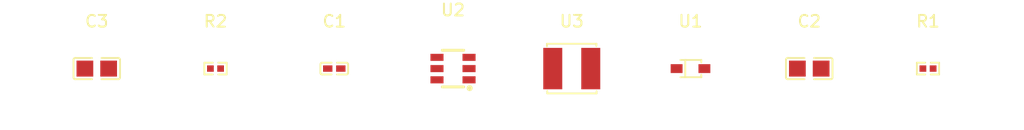
<source format=kicad_pcb>
(kicad_pcb (version 20240108) (generator "atopile") (generator_version "0.3.13-dev0")
  (layers (0 "F.Cu" signal) (31 "B.Cu" signal) (34 "B.Paste" user) (35 "F.Paste" user) (36 "B.SilkS" user "B.Silkscreen") (37 "F.SilkS" user "F.Silkscreen") (38 "B.Mask" user) (39 "F.Mask" user) (44 "Edge.Cuts" user))
  (net 0 "")
  (net 1 "gnd-1")
  (net 2 "line")
  (net 3 "SW")
  (net 4 "hv-1")
  (net 5 "CB")
  (net 6 "gnd")
  (net 7 "hv")
  (footprint "atopile:C0805-3b2e55" (layer "F.Cu") (at 10 -5 0)
    (property "Reference" "C3" (at 0 -4 0) (layer "F.SilkS") (hide no))
    (property "Value" "10µF ±10% 25V X5R")
    (fp_line (start 1.81 -0.9) (end 0.4 -0.9) (stroke (width 0.15)) (layer "F.SilkS"))
    (fp_line (start 0.4 0.9) (end 1.81 0.9) (stroke (width 0.15)) (layer "F.SilkS"))
    (fp_line (start 1.96 0.75) (end 1.96 -0.75) (stroke (width 0.15)) (layer "F.SilkS"))
    (fp_line (start -1.81 -0.9) (end -0.4 -0.9) (stroke (width 0.15)) (layer "F.SilkS"))
    (fp_line (start -0.4 0.9) (end -1.81 0.9) (stroke (width 0.15)) (layer "F.SilkS"))
    (fp_line (start -1.96 0.75) (end -1.96 -0.75) (stroke (width 0.15)) (layer "F.SilkS"))
    (fp_arc (start 1.96 0.75) (mid 1.9160660171779822 0.856066017177982) (end 1.81 0.8999999999999999) (stroke (width 0.15)) (layer "F.SilkS"))
    (fp_arc (start 1.81 -0.9) (mid 1.9160660171779822 -0.8560660171779821) (end 1.96 -0.75) (stroke (width 0.15)) (layer "F.SilkS"))
    (fp_arc (start -1.96 0.75) (mid -1.9160660171779822 0.856066017177982) (end -1.81 0.8999999999999999) (stroke (width 0.15)) (layer "F.SilkS"))
    (fp_arc (start -1.81 -0.9) (mid -1.9160660171779822 -0.8560660171779821) (end -1.96 -0.75) (stroke (width 0.15)) (layer "F.SilkS"))
    (fp_text user "${REFERENCE}" (at 0 -4 0) (layer "F.SilkS"))
    (pad "2" smd rect (at 1 0 0) (size 1.41 1.35) (layers "F.Cu" "F.Paste" "F.Mask") (net 6 "gnd"))
    (pad "1" smd rect (at -1 0 0) (size 1.41 1.35) (layers "F.Cu" "F.Paste" "F.Mask") (net 7 "hv"))
  )
  (footprint "atopile:R0402-56259e" (layer "F.Cu") (at 20 -5 0)
    (property "Reference" "R2" (at 0 -4 0) (layer "F.SilkS") (hide no))
    (property "Value" "10kΩ ±1% 62.5mW")
    (fp_line (start -0.23 0.5) (end -0.94 0.5) (stroke (width 0.15)) (layer "F.SilkS"))
    (fp_line (start -0.94 0.5) (end -0.94 -0.5) (stroke (width 0.15)) (layer "F.SilkS"))
    (fp_line (start -0.94 -0.5) (end -0.23 -0.5) (stroke (width 0.15)) (layer "F.SilkS"))
    (fp_line (start 0.23 0.5) (end 0.94 0.5) (stroke (width 0.15)) (layer "F.SilkS"))
    (fp_line (start 0.94 0.5) (end 0.94 -0.5) (stroke (width 0.15)) (layer "F.SilkS"))
    (fp_line (start 0.94 -0.5) (end 0.23 -0.5) (stroke (width 0.15)) (layer "F.SilkS"))
    (fp_text user "${REFERENCE}" (at 0 -4 0) (layer "F.SilkS"))
    (pad "2" smd rect (at 0.43 0 0) (size 0.57 0.54) (layers "F.Cu" "F.Paste" "F.Mask") (net 2 "line"))
    (pad "1" smd rect (at -0.43 0 0) (size 0.57 0.54) (layers "F.Cu" "F.Paste" "F.Mask") (net 7 "hv"))
  )
  (footprint "atopile:C0402-b3ef17" (layer "F.Cu") (at 30 -5 0)
    (property "Reference" "C1" (at 0 -4 0) (layer "F.SilkS") (hide no))
    (property "Value" "470nF ±20% 16V X5R")
    (fp_line (start 1.02 -0.5) (end 0.23 -0.5) (stroke (width 0.15)) (layer "F.SilkS"))
    (fp_line (start 0.23 0.5) (end 1.02 0.5) (stroke (width 0.15)) (layer "F.SilkS"))
    (fp_line (start 1.17 0.35) (end 1.17 -0.35) (stroke (width 0.15)) (layer "F.SilkS"))
    (fp_line (start -1.02 -0.5) (end -0.23 -0.5) (stroke (width 0.15)) (layer "F.SilkS"))
    (fp_line (start -0.23 0.5) (end -1.02 0.5) (stroke (width 0.15)) (layer "F.SilkS"))
    (fp_line (start -1.17 0.35) (end -1.17 -0.35) (stroke (width 0.15)) (layer "F.SilkS"))
    (fp_arc (start 1.17 0.35) (mid 1.1260660171779822 0.456066017177982) (end 1.02 0.4999999999999999) (stroke (width 0.15)) (layer "F.SilkS"))
    (fp_arc (start 1.02 -0.5) (mid 1.1260660171779822 -0.4560660171779821) (end 1.17 -0.35) (stroke (width 0.15)) (layer "F.SilkS"))
    (fp_arc (start -1.17 0.35) (mid -1.1260660171779822 0.456066017177982) (end -1.02 0.4999999999999999) (stroke (width 0.15)) (layer "F.SilkS"))
    (fp_arc (start -1.02 -0.5) (mid -1.1260660171779822 -0.4560660171779821) (end -1.17 -0.35) (stroke (width 0.15)) (layer "F.SilkS"))
    (fp_text user "${REFERENCE}" (at 0 -4 0) (layer "F.SilkS"))
    (pad "2" smd rect (at 0.55 0 0) (size 0.79 0.54) (layers "F.Cu" "F.Paste" "F.Mask") (net 3 "SW"))
    (pad "1" smd rect (at -0.55 0 0) (size 0.79 0.54) (layers "F.Cu" "F.Paste" "F.Mask") (net 5 "CB"))
  )
  (footprint "lib:SOT-23-6_L2.9-W1.6-P0.95-LS2.8-BR" (layer "F.Cu") (at 40 -5 0)
    (property "Reference" "U2" (at 0 -4.95 0) (layer "F.SilkS") (hide no))
    (property "Value" "")
    (fp_line (start -0.9 -1.55) (end 0.9 -1.55) (stroke (width 0.25)) (layer "F.SilkS"))
    (fp_line (start -0.9 1.55) (end 0.9 1.55) (stroke (width 0.25)) (layer "F.SilkS"))
    (fp_circle (center 1.4 1.65) (end 1.53 1.65) (stroke (width 0.25)) (fill none) (layer "F.SilkS"))
    (fp_text user "${REFERENCE}" (at 0 -4.95 0) (layer "F.SilkS"))
    (pad "3" smd rect (at 1.35 -0.95 0) (size 1.1 0.6) (layers "F.Cu" "F.Paste" "F.Mask") (net 2 "line"))
    (pad "2" smd rect (at 1.35 0 0) (size 1.1 0.6) (layers "F.Cu" "F.Paste" "F.Mask") (net 1 "gnd-1"))
    (pad "1" smd rect (at 1.35 0.95 0) (size 1.1 0.6) (layers "F.Cu" "F.Paste" "F.Mask") (net 5 "CB"))
    (pad "6" smd rect (at -1.35 0.95 0) (size 1.1 0.6) (layers "F.Cu" "F.Paste" "F.Mask") (net 3 "SW"))
    (pad "5" smd rect (at -1.35 0 0) (size 1.1 0.6) (layers "F.Cu" "F.Paste" "F.Mask") (net 4 "hv-1"))
    (pad "4" smd rect (at -1.35 -0.95 0) (size 1.1 0.6) (layers "F.Cu" "F.Paste" "F.Mask") (net 4 "hv-1"))
  )
  (footprint "lib:IND-SMD_L4.0-W4.0" (layer "F.Cu") (at 50 -5 0)
    (property "Reference" "U3" (at 0 -4 0) (layer "F.SilkS") (hide no))
    (property "Value" "10µH ±20%")
    (fp_line (start -2.06 1.89) (end -2.06 2.1) (stroke (width 0.15)) (layer "F.SilkS"))
    (fp_line (start -2.06 2.1) (end 2.09 2.1) (stroke (width 0.15)) (layer "F.SilkS"))
    (fp_line (start 2.09 2.1) (end 2.09 1.9) (stroke (width 0.15)) (layer "F.SilkS"))
    (fp_line (start 2.07 -1.9) (end 2.08 -2.1) (stroke (width 0.15)) (layer "F.SilkS"))
    (fp_line (start 2.08 -2.1) (end -2.09 -2.1) (stroke (width 0.15)) (layer "F.SilkS"))
    (fp_line (start -2.09 -2.1) (end -2.09 -1.88) (stroke (width 0.15)) (layer "F.SilkS"))
    (fp_text user "${REFERENCE}" (at 0 -4 0) (layer "F.SilkS"))
    (pad "2" smd rect (at 1.6 0 0) (size 1.6 3.5) (layers "F.Cu" "F.Paste" "F.Mask") (net 7 "hv"))
    (pad "1" smd rect (at -1.6 0 0) (size 1.6 3.5) (layers "F.Cu" "F.Paste" "F.Mask") (net 3 "SW"))
  )
  (footprint "lib:SOD-323_L1.8-W1.3-LS2.5-RD" (layer "F.Cu") (at 60 -5 0)
    (property "Reference" "U1" (at 0 -4 0) (layer "F.SilkS") (hide no))
    (property "Value" "")
    (fp_line (start 0.91 0.73) (end 0.91 0.52) (stroke (width 0.15)) (layer "F.SilkS"))
    (fp_line (start 0.91 -0.73) (end 0.91 -0.53) (stroke (width 0.15)) (layer "F.SilkS"))
    (fp_line (start -0.85 -0.73) (end 0.91 -0.73) (stroke (width 0.15)) (layer "F.SilkS"))
    (fp_line (start -0.85 0.73) (end 0.91 0.73) (stroke (width 0.15)) (layer "F.SilkS"))
    (fp_line (start -0.44 -0.73) (end -0.44 0.73) (stroke (width 0.15)) (layer "F.SilkS"))
    (fp_text user "${REFERENCE}" (at 0 -4 0) (layer "F.SilkS"))
    (pad "2" smd rect (at 1.17 0 0) (size 1 0.75) (layers "F.Cu" "F.Paste" "F.Mask") (net 6 "gnd"))
    (pad "1" smd rect (at -1.17 0 0) (size 1 0.75) (layers "F.Cu" "F.Paste" "F.Mask") (net 3 "SW"))
  )
  (footprint "atopile:C0805-3b2e55" (layer "F.Cu") (at 70 -5 0)
    (property "Reference" "C2" (at 0 -4 0) (layer "F.SilkS") (hide no))
    (property "Value" "10µF ±10% 25V X5R")
    (fp_line (start 1.81 -0.9) (end 0.4 -0.9) (stroke (width 0.15)) (layer "F.SilkS"))
    (fp_line (start 0.4 0.9) (end 1.81 0.9) (stroke (width 0.15)) (layer "F.SilkS"))
    (fp_line (start 1.96 0.75) (end 1.96 -0.75) (stroke (width 0.15)) (layer "F.SilkS"))
    (fp_line (start -1.81 -0.9) (end -0.4 -0.9) (stroke (width 0.15)) (layer "F.SilkS"))
    (fp_line (start -0.4 0.9) (end -1.81 0.9) (stroke (width 0.15)) (layer "F.SilkS"))
    (fp_line (start -1.96 0.75) (end -1.96 -0.75) (stroke (width 0.15)) (layer "F.SilkS"))
    (fp_arc (start 1.96 0.75) (mid 1.9160660171779822 0.856066017177982) (end 1.81 0.8999999999999999) (stroke (width 0.15)) (layer "F.SilkS"))
    (fp_arc (start 1.81 -0.9) (mid 1.9160660171779822 -0.8560660171779821) (end 1.96 -0.75) (stroke (width 0.15)) (layer "F.SilkS"))
    (fp_arc (start -1.96 0.75) (mid -1.9160660171779822 0.856066017177982) (end -1.81 0.8999999999999999) (stroke (width 0.15)) (layer "F.SilkS"))
    (fp_arc (start -1.81 -0.9) (mid -1.9160660171779822 -0.8560660171779821) (end -1.96 -0.75) (stroke (width 0.15)) (layer "F.SilkS"))
    (fp_text user "${REFERENCE}" (at 0 -4 0) (layer "F.SilkS"))
    (pad "2" smd rect (at 1 0 0) (size 1.41 1.35) (layers "F.Cu" "F.Paste" "F.Mask") (net 1 "gnd-1"))
    (pad "1" smd rect (at -1 0 0) (size 1.41 1.35) (layers "F.Cu" "F.Paste" "F.Mask") (net 4 "hv-1"))
  )
  (footprint "atopile:R0402-56259e" (layer "F.Cu") (at 80 -5 0)
    (property "Reference" "R1" (at 0 -4 0) (layer "F.SilkS") (hide no))
    (property "Value" "8.06kΩ ±1% 62.5mW")
    (fp_line (start -0.23 0.5) (end -0.94 0.5) (stroke (width 0.15)) (layer "F.SilkS"))
    (fp_line (start -0.94 0.5) (end -0.94 -0.5) (stroke (width 0.15)) (layer "F.SilkS"))
    (fp_line (start -0.94 -0.5) (end -0.23 -0.5) (stroke (width 0.15)) (layer "F.SilkS"))
    (fp_line (start 0.23 0.5) (end 0.94 0.5) (stroke (width 0.15)) (layer "F.SilkS"))
    (fp_line (start 0.94 0.5) (end 0.94 -0.5) (stroke (width 0.15)) (layer "F.SilkS"))
    (fp_line (start 0.94 -0.5) (end 0.23 -0.5) (stroke (width 0.15)) (layer "F.SilkS"))
    (fp_text user "${REFERENCE}" (at 0 -4 0) (layer "F.SilkS"))
    (pad "2" smd rect (at 0.43 0 0) (size 0.57 0.54) (layers "F.Cu" "F.Paste" "F.Mask") (net 6 "gnd"))
    (pad "1" smd rect (at -0.43 0 0) (size 0.57 0.54) (layers "F.Cu" "F.Paste" "F.Mask") (net 2 "line"))
  )
)
</source>
